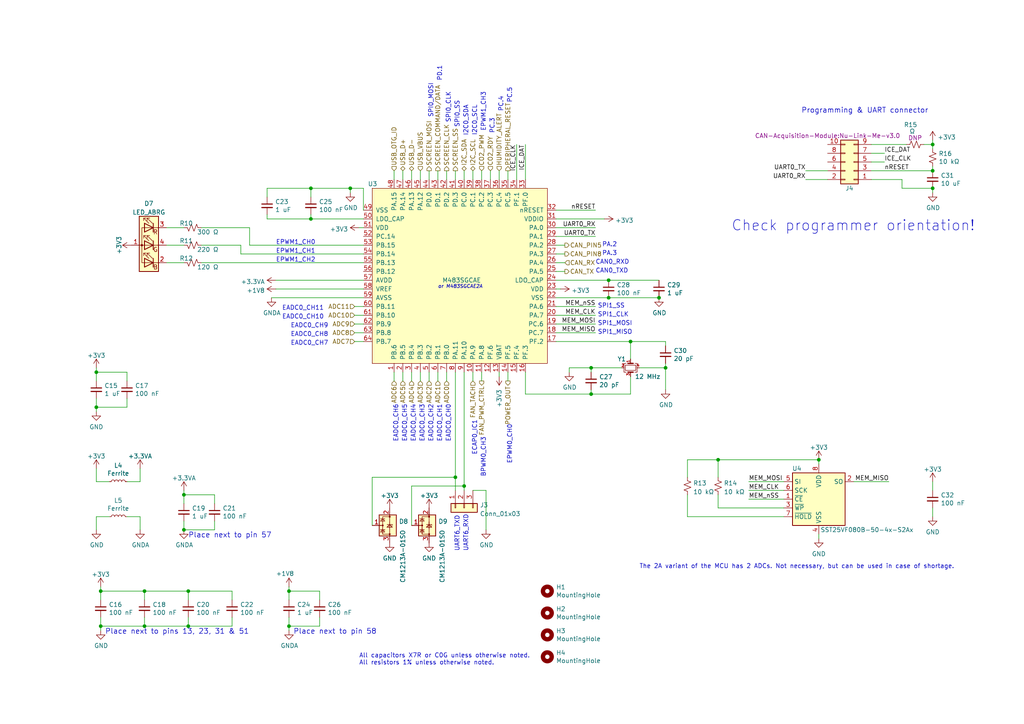
<source format=kicad_sch>
(kicad_sch (version 20211123) (generator eeschema)
  (paper "A4")
  (title_block (title "CANbus Acquisition Module") (date "2022-10-04") (rev "A3") (company "École de Technologie Supérieure - Laboratoire thermique et science du bâtiment (LTSB)") (comment 1 "Designer: Hugo Boyce"))
  (lib_symbols
    (symbol "CAN-Acquisition-Module-rescue:M483SGCAE2A-CAN-Acquisition-Module" (pin_names (offset 1.016))
      (property "Reference" "U" (at 1.27 1.27 0))
      (property "Value" "M483SGCAE2A-CAN-Acquisition-Module" (at 52.07 -52.07 0))
      (symbol "M483SGCAE2A-CAN-Acquisition-Module_1_1"
        (pin bidirectional line (at 6.35 -53.34 90) (length 2.54) (name "PB.6") (number "1"))
        (pin bidirectional line (at 29.21 -53.34 90) (length 2.54) (name "PA.9") (number "10"))
        (pin bidirectional line (at 31.75 -53.34 90) (length 2.54) (name "PA.8") (number "11"))
        (pin bidirectional line (at 34.29 -53.34 90) (length 2.54) (name "PF.6") (number "12"))
        (pin power_in line (at 36.83 -53.34 90) (length 2.54) (name "VBAT") (number "13"))
        (pin bidirectional line (at 39.37 -53.34 90) (length 2.54) (name "PF.5") (number "14"))
        (pin bidirectional line (at 41.91 -53.34 90) (length 2.54) (name "PF.4") (number "15"))
        (pin bidirectional line (at 44.45 -53.34 90) (length 2.54) (name "PF.3") (number "16"))
        (pin bidirectional line (at 53.34 -44.45 180) (length 2.54) (name "PF.2") (number "17"))
        (pin bidirectional line (at 53.34 -41.91 180) (length 2.54) (name "PC.7") (number "18"))
        (pin bidirectional line (at 53.34 -39.37 180) (length 2.54) (name "PC.6") (number "19"))
        (pin bidirectional line (at 8.89 -53.34 90) (length 2.54) (name "PB.5") (number "2"))
        (pin bidirectional line (at 53.34 -36.83 180) (length 2.54) (name "PA.7") (number "20"))
        (pin bidirectional line (at 53.34 -34.29 180) (length 2.54) (name "PA.6") (number "21"))
        (pin power_in line (at 53.34 -31.75 180) (length 2.54) (name "VSS") (number "22"))
        (pin power_in line (at 53.34 -29.21 180) (length 2.54) (name "VDD") (number "23"))
        (pin unspecified line (at 53.34 -26.67 180) (length 2.54) (name "LDO_CAP") (number "24"))
        (pin bidirectional line (at 53.34 -24.13 180) (length 2.54) (name "PA.5") (number "25"))
        (pin bidirectional line (at 53.34 -21.59 180) (length 2.54) (name "PA.4") (number "26"))
        (pin bidirectional line (at 53.34 -19.05 180) (length 2.54) (name "PA.3") (number "27"))
        (pin bidirectional line (at 53.34 -16.51 180) (length 2.54) (name "PA.2") (number "28"))
        (pin bidirectional line (at 53.34 -13.97 180) (length 2.54) (name "PA.1") (number "29"))
        (pin bidirectional line (at 11.43 -53.34 90) (length 2.54) (name "PB.4") (number "3"))
        (pin bidirectional line (at 53.34 -11.43 180) (length 2.54) (name "PA.0") (number "30"))
        (pin bidirectional line (at 53.34 -8.89 180) (length 2.54) (name "VDDIO") (number "31"))
        (pin input line (at 53.34 -6.35 180) (length 2.54) (name "nRESET") (number "32"))
        (pin bidirectional line (at 44.45 2.54 270) (length 2.54) (name "PF.0") (number "33"))
        (pin bidirectional line (at 41.91 2.54 270) (length 2.54) (name "PF.1") (number "34"))
        (pin bidirectional line (at 39.37 2.54 270) (length 2.54) (name "PC.5") (number "35"))
        (pin bidirectional line (at 36.83 2.54 270) (length 2.54) (name "PC.4") (number "36"))
        (pin bidirectional line (at 34.29 2.54 270) (length 2.54) (name "PC.3") (number "37"))
        (pin bidirectional line (at 31.75 2.54 270) (length 2.54) (name "PC.2") (number "38"))
        (pin bidirectional line (at 29.21 2.54 270) (length 2.54) (name "PC.1") (number "39"))
        (pin bidirectional line (at 13.97 -53.34 90) (length 2.54) (name "PB.3") (number "4"))
        (pin bidirectional line (at 26.67 2.54 270) (length 2.54) (name "PC.0") (number "40"))
        (pin bidirectional line (at 24.13 2.54 270) (length 2.54) (name "PD.3") (number "41"))
        (pin bidirectional line (at 21.59 2.54 270) (length 2.54) (name "PD.2") (number "42"))
        (pin bidirectional line (at 19.05 2.54 270) (length 2.54) (name "PD.1") (number "43"))
        (pin bidirectional line (at 16.51 2.54 270) (length 2.54) (name "PD.0") (number "44"))
        (pin bidirectional line (at 13.97 2.54 270) (length 2.54) (name "PA.12") (number "45"))
        (pin bidirectional line (at 11.43 2.54 270) (length 2.54) (name "PA.13") (number "46"))
        (pin bidirectional line (at 8.89 2.54 270) (length 2.54) (name "PA.14") (number "47"))
        (pin bidirectional line (at 6.35 2.54 270) (length 2.54) (name "PA.15") (number "48"))
        (pin power_in line (at -2.54 -6.35 0) (length 2.54) (name "VSS") (number "49"))
        (pin bidirectional line (at 16.51 -53.34 90) (length 2.54) (name "PB.2") (number "5"))
        (pin unspecified line (at -2.54 -8.89 0) (length 2.54) (name "LDO_CAP") (number "50"))
        (pin power_in line (at -2.54 -11.43 0) (length 2.54) (name "VDD") (number "51"))
        (pin bidirectional line (at -2.54 -13.97 0) (length 2.54) (name "PC.14") (number "52"))
        (pin bidirectional line (at -2.54 -16.51 0) (length 2.54) (name "PB.15") (number "53"))
        (pin bidirectional line (at -2.54 -19.05 0) (length 2.54) (name "PB.14") (number "54"))
        (pin bidirectional line (at -2.54 -21.59 0) (length 2.54) (name "PB.13") (number "55"))
        (pin bidirectional line (at -2.54 -24.13 0) (length 2.54) (name "PB.12") (number "56"))
        (pin power_in line (at -2.54 -26.67 0) (length 2.54) (name "AVDD") (number "57"))
        (pin input line (at -2.54 -29.21 0) (length 2.54) (name "VREF") (number "58"))
        (pin power_in line (at -2.54 -31.75 0) (length 2.54) (name "AVSS") (number "59"))
        (pin bidirectional line (at 19.05 -53.34 90) (length 2.54) (name "PB.1") (number "6"))
        (pin bidirectional line (at -2.54 -34.29 0) (length 2.54) (name "PB.11") (number "60"))
        (pin bidirectional line (at -2.54 -36.83 0) (length 2.54) (name "PB.10") (number "61"))
        (pin bidirectional line (at -2.54 -39.37 0) (length 2.54) (name "PB.9") (number "62"))
        (pin bidirectional line (at -2.54 -41.91 0) (length 2.54) (name "PB.8") (number "63"))
        (pin bidirectional line (at -2.54 -44.45 0) (length 2.54) (name "PB.7") (number "64"))
        (pin bidirectional line (at 21.59 -53.34 90) (length 2.54) (name "PB.0") (number "7"))
        (pin bidirectional line (at 24.13 -53.34 90) (length 2.54) (name "PA.11") (number "8"))
        (pin bidirectional line (at 26.67 -53.34 90) (length 2.54) (name "PA.10") (number "9"))
      )
    )
    (symbol "Connector_Generic:Conn_01x03" (pin_names (offset 1.016) hide)
      (property "Reference" "J" (at 0 5.08 0))
      (property "Value" "Conn_01x03" (at 0 -5.08 0))
      (symbol "Conn_01x03_1_1"
        (pin passive line (at -5.08 2.54 0) (length 3.81) (name "Pin_1") (number "1"))
        (pin passive line (at -5.08 0 0) (length 3.81) (name "Pin_2") (number "2"))
        (pin passive line (at -5.08 -2.54 0) (length 3.81) (name "Pin_3") (number "3"))
      )
    )
    (symbol "Connector_Generic:Conn_02x05_Odd_Even" (pin_names (offset 1.016) hide)
      (property "Reference" "J" (at 1.27 7.62 0))
      (property "Value" "Conn_02x05_Odd_Even" (at 1.27 -7.62 0))
      (symbol "Conn_02x05_Odd_Even_1_1"
        (pin passive line (at -5.08 5.08 0) (length 3.81) (name "Pin_1") (number "1"))
        (pin passive line (at 7.62 -5.08 180) (length 3.81) (name "Pin_10") (number "10"))
        (pin passive line (at 7.62 5.08 180) (length 3.81) (name "Pin_2") (number "2"))
        (pin passive line (at -5.08 2.54 0) (length 3.81) (name "Pin_3") (number "3"))
        (pin passive line (at 7.62 2.54 180) (length 3.81) (name "Pin_4") (number "4"))
        (pin passive line (at -5.08 0 0) (length 3.81) (name "Pin_5") (number "5"))
        (pin passive line (at 7.62 0 180) (length 3.81) (name "Pin_6") (number "6"))
        (pin passive line (at -5.08 -2.54 0) (length 3.81) (name "Pin_7") (number "7"))
        (pin passive line (at 7.62 -2.54 180) (length 3.81) (name "Pin_8") (number "8"))
        (pin passive line (at -5.08 -5.08 0) (length 3.81) (name "Pin_9") (number "9"))
      )
    )
    (symbol "Device:C_Small" (pin_numbers hide) (pin_names (offset 0.254) hide)
      (property "Reference" "C" (at 0.254 1.778 0))
      (property "Value" "C_Small" (at 0.254 -2.032 0))
      (symbol "C_Small_1_1"
        (pin passive line (at 0 2.54 270) (length 2.032) (name "~") (number "1"))
        (pin passive line (at 0 -2.54 90) (length 2.032) (name "~") (number "2"))
      )
    )
    (symbol "Device:Crystal_GND24_Small" (pin_names (offset 1.016) hide)
      (property "Reference" "Y" (at 1.27 4.445 0))
      (property "Value" "Crystal_GND24_Small" (at 1.27 2.54 0))
      (symbol "Crystal_GND24_Small_1_1"
        (pin passive line (at -2.54 0 0) (length 1.27) (name "1") (number "1"))
        (pin passive line (at 0 -2.54 90) (length 0.635) (name "2") (number "2"))
        (pin passive line (at 2.54 0 180) (length 1.27) (name "3") (number "3"))
        (pin passive line (at 0 2.54 270) (length 0.635) (name "4") (number "4"))
      )
    )
    (symbol "Device:LED_ABRG" (pin_names (offset 0) hide)
      (property "Reference" "D" (at 0 9.398 0))
      (property "Value" "LED_ABRG" (at 0 -8.89 0))
      (symbol "LED_ABRG_0_0"
        (text "B" (at -1.905 -6.35 0) (effects (font (size 1.27 1.27))))
        (text "G" (at -1.905 -1.27 0) (effects (font (size 1.27 1.27))))
        (text "R" (at -1.905 3.81 0) (effects (font (size 1.27 1.27))))
      )
      (symbol "LED_ABRG_1_1"
        (pin passive line (at 5.08 0 180) (length 2.54) (name "A") (number "1"))
        (pin passive line (at -5.08 -5.08 0) (length 2.54) (name "BK") (number "2"))
        (pin passive line (at -5.08 5.08 0) (length 2.54) (name "RK") (number "3"))
        (pin passive line (at -5.08 0 0) (length 2.54) (name "GK") (number "4"))
      )
    )
    (symbol "Device:L_Small" (pin_numbers hide) (pin_names (offset 0.254) hide)
      (property "Reference" "L" (at 0.762 1.016 0))
      (property "Value" "L_Small" (at 0.762 -1.016 0))
      (symbol "L_Small_1_1"
        (pin passive line (at 0 2.54 270) (length 0.508) (name "~") (number "1"))
        (pin passive line (at 0 -2.54 90) (length 0.508) (name "~") (number "2"))
      )
    )
    (symbol "Device:R_Small_US" (pin_numbers hide) (pin_names (offset 0.254) hide)
      (property "Reference" "R" (at 0.762 0.508 0))
      (property "Value" "R_Small_US" (at 0.762 -1.016 0))
      (symbol "R_Small_US_1_1"
        (pin passive line (at 0 2.54 270) (length 1.016) (name "~") (number "1"))
        (pin passive line (at 0 -2.54 90) (length 1.016) (name "~") (number "2"))
      )
    )
    (symbol "Mechanical:MountingHole" (pin_names (offset 1.016))
      (property "Reference" "H" (at 0 5.08 0))
      (property "Value" "MountingHole" (at 0 3.175 0))
    )
    (symbol "Memory_Flash:SST25VF080B-50-4x-S2Ax"
      (property "Reference" "U" (at -6.35 8.89 0))
      (property "Value" "SST25VF080B-50-4x-S2Ax" (at 13.97 8.89 0))
      (symbol "SST25VF080B-50-4x-S2Ax_1_1"
        (pin input line (at -10.16 0 0) (length 2.54) (name "~{CE}") (number "1"))
        (pin output line (at 10.16 5.08 180) (length 2.54) (name "SO") (number "2"))
        (pin input line (at -10.16 -2.54 0) (length 2.54) (name "~{WP}") (number "3"))
        (pin power_in line (at 0 -10.16 90) (length 2.54) (name "VSS") (number "4"))
        (pin input line (at -10.16 5.08 0) (length 2.54) (name "SI") (number "5"))
        (pin input line (at -10.16 2.54 0) (length 2.54) (name "SCK") (number "6"))
        (pin input line (at -10.16 -5.08 0) (length 2.54) (name "~{HOLD}") (number "7"))
        (pin power_in line (at 0 10.16 270) (length 2.54) (name "VDD") (number "8"))
      )
    )
    (symbol "Power_Protection:CM1213A-01SO" (pin_names hide)
      (property "Reference" "D" (at 0 5.08 0))
      (property "Value" "CM1213A-01SO" (at 0 3.175 0))
      (symbol "CM1213A-01SO_1_1"
        (pin passive line (at 0 -5.08 90) (length 2.54) (name "CH1") (number "1"))
        (pin passive line (at -5.08 0 0) (length 2.54) (name "VP") (number "2"))
        (pin passive line (at 5.08 0 180) (length 2.54) (name "VN") (number "3"))
      )
    )
    (symbol "power:+1V8" (power) (pin_names (offset 0))
      (property "Value" "+1V8" (at 0 3.556 0))
      (symbol "+1V8_1_1"
        (pin power_in line (at 0 0 90) (length 0) hide (name "+1V8") (number "1"))
      )
    )
    (symbol "power:+3.3V" (power) (pin_names (offset 0))
      (property "Value" "+3.3V" (at 0 3.556 0))
      (symbol "+3.3V_1_1"
        (pin power_in line (at 0 0 90) (length 0) hide (name "+3V3") (number "1"))
      )
    )
    (symbol "power:+3.3VA" (power) (pin_names (offset 0))
      (property "Value" "+3.3VA" (at 0 3.556 0))
      (symbol "+3.3VA_1_1"
        (pin power_in line (at 0 0 90) (length 0) hide (name "+3.3VA") (number "1"))
      )
    )
    (symbol "power:GND" (power) (pin_names (offset 0))
      (property "Value" "GND" (at 0 -3.81 0))
      (symbol "GND_1_1"
        (pin power_in line (at 0 0 270) (length 0) hide (name "GND") (number "1"))
      )
    )
    (symbol "power:GNDA" (power) (pin_names (offset 0))
      (property "Value" "GNDA" (at 0 -3.81 0))
      (symbol "GNDA_1_1"
        (pin power_in line (at 0 0 270) (length 0) hide (name "GNDA") (number "1"))
      )
    )
  )
  (junction (at 132.08 138.43))
  (junction (at 83.82 171.45))
  (junction (at 90.17 54.61))
  (junction (at 171.45 114.3))
  (junction (at 83.82 181.61))
  (junction (at 29.21 181.61))
  (junction (at 101.6 54.61))
  (junction (at 53.34 153.67))
  (junction (at 176.53 86.36))
  (junction (at 237.49 133.35))
  (junction (at 27.94 118.11))
  (junction (at 134.62 140.97))
  (junction (at 193.04 106.68))
  (junction (at 208.28 133.35))
  (junction (at 270.51 49.53))
  (junction (at 29.21 171.45))
  (junction (at 54.61 181.61))
  (junction (at 53.34 143.51))
  (junction (at 27.94 107.95))
  (junction (at 270.51 54.61))
  (junction (at 270.51 41.91))
  (junction (at 54.61 171.45))
  (junction (at 41.91 171.45))
  (junction (at 90.17 63.5))
  (junction (at 182.88 99.06))
  (junction (at 176.53 81.28))
  (junction (at 41.91 181.61))
  (junction (at 191.135 86.36))
  (junction (at 171.45 106.68))
  (wire (pts (xy 161.29 73.66) (xy 163.83 73.66)))
  (wire (pts (xy 182.88 109.22) (xy 182.88 114.3)))
  (wire (pts (xy 90.17 54.61) (xy 101.6 54.61)))
  (wire (pts (xy 29.21 181.61) (xy 41.91 181.61)))
  (wire (pts (xy 161.29 99.06) (xy 182.88 99.06)))
  (wire (pts (xy 83.82 182.88) (xy 83.82 181.61)))
  (wire (pts (xy 67.31 181.61) (xy 67.31 179.07)))
  (wire (pts (xy 152.4 107.95) (xy 152.4 114.3)))
  (wire (pts (xy 182.88 99.06) (xy 182.88 104.14)))
  (wire (pts (xy 58.42 76.2) (xy 105.41 76.2)))
  (wire (pts (xy 27.94 149.86) (xy 27.94 153.67)))
  (wire (pts (xy 161.29 88.9) (xy 172.72 88.9)))
  (wire (pts (xy 127 49.53) (xy 127 52.07)))
  (wire (pts (xy 36.83 149.86) (xy 40.64 149.86)))
  (wire (pts (xy 217.17 144.78) (xy 227.33 144.78)))
  (wire (pts (xy 267.97 41.91) (xy 270.51 41.91)))
  (wire (pts (xy 252.73 46.99) (xy 256.54 46.99)))
  (wire (pts (xy 252.73 44.45) (xy 256.54 44.45)))
  (wire (pts (xy 208.28 138.43) (xy 208.28 133.35)))
  (wire (pts (xy 27.94 135.89) (xy 27.94 139.7)))
  (wire (pts (xy 137.16 49.53) (xy 137.16 52.07)))
  (wire (pts (xy 139.7 49.53) (xy 139.7 52.07)))
  (wire (pts (xy 54.61 171.45) (xy 67.31 171.45)))
  (wire (pts (xy 132.08 107.95) (xy 132.08 138.43)))
  (wire (pts (xy 237.49 133.35) (xy 237.49 134.62)))
  (wire (pts (xy 105.41 54.61) (xy 101.6 54.61)))
  (wire (pts (xy 137.16 107.95) (xy 137.16 110.49)))
  (wire (pts (xy 124.46 49.53) (xy 124.46 52.07)))
  (wire (pts (xy 119.38 49.53) (xy 119.38 52.07)))
  (wire (pts (xy 67.31 171.45) (xy 67.31 173.99)))
  (wire (pts (xy 240.03 52.07) (xy 233.68 52.07)))
  (wire (pts (xy 116.84 49.53) (xy 116.84 52.07)))
  (wire (pts (xy 29.21 182.88) (xy 29.21 181.61)))
  (wire (pts (xy 36.83 107.95) (xy 27.94 107.95)))
  (wire (pts (xy 161.29 76.2) (xy 163.83 76.2)))
  (wire (pts (xy 29.21 170.18) (xy 29.21 171.45)))
  (wire (pts (xy 90.17 63.5) (xy 90.17 62.23)))
  (wire (pts (xy 40.64 149.86) (xy 40.64 153.67)))
  (wire (pts (xy 53.34 146.05) (xy 53.34 143.51)))
  (wire (pts (xy 124.46 107.95) (xy 124.46 110.49)))
  (wire (pts (xy 107.95 138.43) (xy 132.08 138.43)))
  (wire (pts (xy 31.75 149.86) (xy 27.94 149.86)))
  (wire (pts (xy 193.04 106.68) (xy 193.04 113.03)))
  (wire (pts (xy 140.97 142.24) (xy 137.16 142.24)))
  (wire (pts (xy 102.87 96.52) (xy 105.41 96.52)))
  (wire (pts (xy 270.51 149.86) (xy 270.51 147.32)))
  (wire (pts (xy 62.23 143.51) (xy 53.34 143.51)))
  (wire (pts (xy 58.42 66.04) (xy 72.39 66.04)))
  (wire (pts (xy 132.08 49.53) (xy 132.08 52.07)))
  (wire (pts (xy 102.87 99.06) (xy 105.41 99.06)))
  (wire (pts (xy 54.61 181.61) (xy 67.31 181.61)))
  (wire (pts (xy 162.56 83.82) (xy 161.29 83.82)))
  (wire (pts (xy 121.92 49.53) (xy 121.92 52.07)))
  (wire (pts (xy 252.73 41.91) (xy 262.89 41.91)))
  (wire (pts (xy 78.74 86.36) (xy 105.41 86.36)))
  (wire (pts (xy 129.54 107.95) (xy 129.54 110.49)))
  (wire (pts (xy 270.51 43.18) (xy 270.51 41.91)))
  (wire (pts (xy 54.61 171.45) (xy 54.61 173.99)))
  (wire (pts (xy 54.61 181.61) (xy 54.61 179.07)))
  (wire (pts (xy 92.71 171.45) (xy 83.82 171.45)))
  (wire (pts (xy 140.97 142.24) (xy 140.97 153.67)))
  (wire (pts (xy 193.04 105.41) (xy 193.04 106.68)))
  (wire (pts (xy 199.39 138.43) (xy 199.39 133.35)))
  (wire (pts (xy 161.29 91.44) (xy 172.72 91.44)))
  (wire (pts (xy 53.34 153.67) (xy 62.23 153.67)))
  (wire (pts (xy 27.94 118.11) (xy 36.83 118.11)))
  (wire (pts (xy 27.94 110.49) (xy 27.94 107.95)))
  (wire (pts (xy 90.17 63.5) (xy 105.41 63.5)))
  (wire (pts (xy 41.91 181.61) (xy 54.61 181.61)))
  (wire (pts (xy 161.29 93.98) (xy 172.72 93.98)))
  (wire (pts (xy 36.83 139.7) (xy 40.64 139.7)))
  (wire (pts (xy 193.04 99.06) (xy 193.04 100.33)))
  (wire (pts (xy 102.87 91.44) (xy 105.41 91.44)))
  (wire (pts (xy 129.54 49.53) (xy 129.54 52.07)))
  (wire (pts (xy 41.91 181.61) (xy 41.91 179.07)))
  (wire (pts (xy 161.29 78.74) (xy 163.83 78.74)))
  (wire (pts (xy 144.78 49.53) (xy 144.78 52.07)))
  (wire (pts (xy 147.32 49.53) (xy 147.32 52.07)))
  (wire (pts (xy 48.26 66.04) (xy 53.34 66.04)))
  (wire (pts (xy 199.39 133.35) (xy 208.28 133.35)))
  (wire (pts (xy 139.7 107.95) (xy 139.7 110.49)))
  (wire (pts (xy 175.26 63.5) (xy 161.29 63.5)))
  (wire (pts (xy 165.1 107.95) (xy 165.1 106.68)))
  (wire (pts (xy 83.82 173.99) (xy 83.82 171.45)))
  (wire (pts (xy 102.87 93.98) (xy 105.41 93.98)))
  (wire (pts (xy 72.39 71.12) (xy 72.39 66.04)))
  (wire (pts (xy 152.4 114.3) (xy 171.45 114.3)))
  (wire (pts (xy 53.34 153.67) (xy 53.34 151.13)))
  (wire (pts (xy 83.82 170.18) (xy 83.82 171.45)))
  (wire (pts (xy 171.45 114.3) (xy 182.88 114.3)))
  (wire (pts (xy 107.95 152.4) (xy 107.95 138.43)))
  (wire (pts (xy 72.39 71.12) (xy 105.41 71.12)))
  (wire (pts (xy 41.91 171.45) (xy 54.61 171.45)))
  (wire (pts (xy 161.29 66.04) (xy 172.72 66.04)))
  (wire (pts (xy 53.34 142.24) (xy 53.34 143.51)))
  (wire (pts (xy 27.94 118.11) (xy 27.94 119.38)))
  (wire (pts (xy 121.92 107.95) (xy 121.92 110.49)))
  (wire (pts (xy 171.45 107.95) (xy 171.45 106.68)))
  (wire (pts (xy 29.21 171.45) (xy 41.91 171.45)))
  (wire (pts (xy 114.3 107.95) (xy 114.3 110.49)))
  (wire (pts (xy 58.42 71.12) (xy 69.85 71.12)))
  (wire (pts (xy 252.73 49.53) (xy 270.51 49.53)))
  (wire (pts (xy 261.62 52.07) (xy 261.62 54.61)))
  (wire (pts (xy 270.51 55.88) (xy 270.51 54.61)))
  (wire (pts (xy 171.45 106.68) (xy 180.34 106.68)))
  (wire (pts (xy 132.08 138.43) (xy 132.08 142.24)))
  (wire (pts (xy 270.51 40.64) (xy 270.51 41.91)))
  (wire (pts (xy 208.28 147.32) (xy 208.28 143.51)))
  (wire (pts (xy 90.17 63.5) (xy 77.47 63.5)))
  (wire (pts (xy 217.17 139.7) (xy 227.33 139.7)))
  (wire (pts (xy 261.62 54.61) (xy 270.51 54.61)))
  (wire (pts (xy 62.23 153.67) (xy 62.23 151.13)))
  (wire (pts (xy 105.41 66.04) (xy 104.14 66.04)))
  (wire (pts (xy 134.62 140.97) (xy 134.62 142.24)))
  (wire (pts (xy 270.51 48.26) (xy 270.51 49.53)))
  (wire (pts (xy 80.01 83.82) (xy 105.41 83.82)))
  (wire (pts (xy 240.03 49.53) (xy 233.68 49.53)))
  (wire (pts (xy 199.39 149.86) (xy 199.39 143.51)))
  (wire (pts (xy 176.53 86.36) (xy 191.135 86.36)))
  (wire (pts (xy 27.94 106.68) (xy 27.94 107.95)))
  (wire (pts (xy 41.91 171.45) (xy 41.91 173.99)))
  (wire (pts (xy 69.85 73.66) (xy 69.85 71.12)))
  (wire (pts (xy 40.64 139.7) (xy 40.64 135.89)))
  (wire (pts (xy 27.94 139.7) (xy 31.75 139.7)))
  (wire (pts (xy 119.38 107.95) (xy 119.38 110.49)))
  (wire (pts (xy 134.62 107.95) (xy 134.62 140.97)))
  (wire (pts (xy 161.29 68.58) (xy 172.72 68.58)))
  (wire (pts (xy 199.39 149.86) (xy 227.33 149.86)))
  (wire (pts (xy 252.73 52.07) (xy 261.62 52.07)))
  (wire (pts (xy 101.6 54.61) (xy 101.6 55.88)))
  (wire (pts (xy 208.28 147.32) (xy 227.33 147.32)))
  (wire (pts (xy 48.26 76.2) (xy 53.34 76.2)))
  (wire (pts (xy 77.47 57.15) (xy 77.47 54.61)))
  (wire (pts (xy 247.65 139.7) (xy 257.81 139.7)))
  (wire (pts (xy 147.32 107.95) (xy 147.32 110.49)))
  (wire (pts (xy 134.62 49.53) (xy 134.62 52.07)))
  (wire (pts (xy 161.29 81.28) (xy 176.53 81.28)))
  (wire (pts (xy 237.49 154.94) (xy 237.49 156.21)))
  (wire (pts (xy 161.29 86.36) (xy 176.53 86.36)))
  (wire (pts (xy 36.83 110.49) (xy 36.83 107.95)))
  (wire (pts (xy 165.1 106.68) (xy 171.45 106.68)))
  (wire (pts (xy 102.87 88.9) (xy 105.41 88.9)))
  (wire (pts (xy 193.04 99.06) (xy 182.88 99.06)))
  (wire (pts (xy 29.21 181.61) (xy 29.21 179.07)))
  (wire (pts (xy 161.29 96.52) (xy 172.72 96.52)))
  (wire (pts (xy 161.29 71.12) (xy 163.83 71.12)))
  (wire (pts (xy 77.47 63.5) (xy 77.47 62.23)))
  (wire (pts (xy 149.86 52.07) (xy 149.86 41.91)))
  (wire (pts (xy 27.94 118.11) (xy 27.94 115.57)))
  (wire (pts (xy 217.17 142.24) (xy 227.33 142.24)))
  (wire (pts (xy 92.71 181.61) (xy 92.71 179.07)))
  (wire (pts (xy 116.84 107.95) (xy 116.84 110.49)))
  (wire (pts (xy 119.38 152.4) (xy 119.38 140.97)))
  (wire (pts (xy 80.01 81.28) (xy 105.41 81.28)))
  (wire (pts (xy 83.82 181.61) (xy 83.82 179.07)))
  (wire (pts (xy 114.3 49.53) (xy 114.3 52.07)))
  (wire (pts (xy 90.17 57.15) (xy 90.17 54.61)))
  (wire (pts (xy 208.28 133.35) (xy 237.49 133.35)))
  (wire (pts (xy 171.45 113.03) (xy 171.45 114.3)))
  (wire (pts (xy 152.4 52.07) (xy 152.4 41.91)))
  (wire (pts (xy 69.85 73.66) (xy 105.41 73.66)))
  (wire (pts (xy 29.21 171.45) (xy 29.21 173.99)))
  (wire (pts (xy 161.29 60.96) (xy 172.72 60.96)))
  (wire (pts (xy 77.47 54.61) (xy 90.17 54.61)))
  (wire (pts (xy 127 107.95) (xy 127 110.49)))
  (wire (pts (xy 105.41 60.96) (xy 105.41 54.61)))
  (wire (pts (xy 83.82 181.61) (xy 92.71 181.61)))
  (wire (pts (xy 142.24 49.53) (xy 142.24 52.07)))
  (wire (pts (xy 62.23 146.05) (xy 62.23 143.51)))
  (wire (pts (xy 119.38 140.97) (xy 134.62 140.97)))
  (wire (pts (xy 270.51 139.7) (xy 270.51 142.24)))
  (wire (pts (xy 191.135 81.28) (xy 176.53 81.28)))
  (wire (pts (xy 36.83 118.11) (xy 36.83 115.57)))
  (wire (pts (xy 144.78 109.22) (xy 144.78 107.95)))
  (wire (pts (xy 185.42 106.68) (xy 193.04 106.68)))
  (wire (pts (xy 92.71 173.99) (xy 92.71 171.45)))
  (wire (pts (xy 48.26 71.12) (xy 53.34 71.12)))
  (text "PD.1" (at 128.27 19.05 270) (effects (font (size 1.27 1.27)) (justify right bottom)))
  (text "I2C0_SDA" (at 135.89 30.48 270) (effects (font (size 1.27 1.27)) (justify right bottom)))
  (text "SPI1_CLK" (at 173.355 92.075 0) (effects (font (size 1.27 1.27)) (justify left bottom)))
  (text "Programming & UART connector" (at 232.41 33.02 0) (effects (font (size 1.4986 1.4986)) (justify left bottom)))
  (text "PA.3" (at 174.625 74.295 0) (effects (font (size 1.27 1.27)) (justify left bottom)))
  (text "EADC0_CH9" (at 95.25 95.25 180) (effects (font (size 1.27 1.27)) (justify right bottom)))
  (text "EPWM1_CH3" (at 140.97 26.67 270) (effects (font (size 1.27 1.27)) (justify right bottom)))
  (text "EADC0_CH5" (at 118.11 128.27 90) (effects (font (size 1.27 1.27)) (justify left bottom)))
  (text "Place next to pins 13, 23, 31 & 51" (at 30.48 184.15 0) (effects (font (size 1.4986 1.4986)) (justify left bottom)))
  (text "EADC0_CH10" (at 93.98 92.71 180) (effects (font (size 1.27 1.27)) (justify right bottom)))
  (text "SPI0_SS" (at 133.35 29.21 270) (effects (font (size 1.27 1.27)) (justify right bottom)))
  (text "The 2A variant of the MCU has 2 ADCs. Not necessary, but can be used in case of shortage." (at 185.42 165.1 0) (effects (font (size 1.27 1.27)) (justify left bottom)))
  (text "EPWM1_CH0" (at 80.01 71.12 0) (effects (font (size 1.27 1.27)) (justify left bottom)))
  (text "PC.5" (at 148.59 25.4 270) (effects (font (size 1.27 1.27)) (justify right bottom)))
  (text "PC.3" (at 143.51 34.29 270) (effects (font (size 1.27 1.27)) (justify right bottom)))
  (text "EADC0_CH6" (at 115.57 128.27 90) (effects (font (size 1.27 1.27)) (justify left bottom)))
  (text "ECAP0_IC1" (at 138.43 132.08 90) (effects (font (size 1.27 1.27)) (justify left bottom)))
  (text "CAN0_RXD" (at 172.72 76.835 0) (effects (font (size 1.27 1.27)) (justify left bottom)))
  (text "CAN0_TXD" (at 172.72 79.375 0) (effects (font (size 1.27 1.27)) (justify left bottom)))
  (text "Place next to pin 58" (at 85.09 184.15 0) (effects (font (size 1.4986 1.4986)) (justify left bottom)))
  (text "SPI0_MOSI" (at 125.73 24.13 270) (effects (font (size 1.27 1.27)) (justify right bottom)))
  (text "EADC0_CH0" (at 130.81 128.27 90) (effects (font (size 1.27 1.27)) (justify left bottom)))
  (text "Check programmer orientation!" (at 212.09 67.31 0) (effects (font (size 3 3)) (justify left bottom)))
  (text "UART6_RXD" (at 135.89 160.02 90) (effects (font (size 1.27 1.27)) (justify left bottom)))
  (text "PC.4" (at 146.05 27.94 270) (effects (font (size 1.27 1.27)) (justify right bottom)))
  (text "EPWM1_CH1" (at 80.01 73.66 0) (effects (font (size 1.27 1.27)) (justify left bottom)))
  (text "UART6_TXD" (at 133.35 160.02 90) (effects (font (size 1.27 1.27)) (justify left bottom)))
  (text "All capacitors X7R or C0G unless otherwise noted.\nAll resistors 1% unless otherwise noted." (at 104.14 193.04 0) (effects (font (size 1.27 1.27)) (justify left bottom)))
  (text "Place next to pin 57" (at 54.61 156.21 0) (effects (font (size 1.4986 1.4986)) (justify left bottom)))
  (text "EPWM0_CH0" (at 148.59 134.62 90) (effects (font (size 1.27 1.27)) (justify left bottom)))
  (text "SPI1_MISO" (at 173.355 97.155 0) (effects (font (size 1.27 1.27)) (justify left bottom)))
  (text "EADC0_CH7" (at 95.25 100.33 180) (effects (font (size 1.27 1.27)) (justify right bottom)))
  (text "or M483SGCAE2A" (at 127 83.82 0) (effects (font (size 1 1) italic) (justify left bottom)))
  (text "BPWM0_CH3" (at 140.97 138.43 90) (effects (font (size 1.27 1.27)) (justify left bottom)))
  (text "EADC0_CH8" (at 95.25 97.79 180) (effects (font (size 1.27 1.27)) (justify right bottom)))
  (text "EADC0_CH1" (at 128.27 128.27 90) (effects (font (size 1.27 1.27)) (justify left bottom)))
  (text "EADC0_CH2" (at 125.73 128.27 90) (effects (font (size 1.27 1.27)) (justify left bottom)))
  (text "EPWM1_CH2" (at 80.01 76.2 0) (effects (font (size 1.27 1.27)) (justify left bottom)))
  (text "EADC0_CH4" (at 120.65 128.27 90) (effects (font (size 1.27 1.27)) (justify left bottom)))
  (text "SPI0_CLK" (at 130.81 26.67 270) (effects (font (size 1.27 1.27)) (justify right bottom)))
  (text "EADC0_CH3" (at 123.19 128.27 90) (effects (font (size 1.27 1.27)) (justify left bottom)))
  (text "I2C0_SCL" (at 138.43 30.48 270) (effects (font (size 1.27 1.27)) (justify right bottom)))
  (text "EADC0_CH11" (at 93.98 90.17 180) (effects (font (size 1.27 1.27)) (justify right bottom)))
  (text "SPI1_MOSI" (at 173.355 94.615 0) (effects (font (size 1.27 1.27)) (justify left bottom)))
  (text "PA.2" (at 174.625 71.755 0) (effects (font (size 1.27 1.27)) (justify left bottom)))
  (text "SPI1_SS" (at 173.355 89.535 0) (effects (font (size 1.27 1.27)) (justify left bottom)))
  (label "MEM_MOSI" (at 172.72 93.98 180))
  (label "UART0_RX" (at 233.68 52.07 180))
  (label "ICE_CLK" (at 149.86 41.91 270))
  (label "MEM_MISO" (at 257.81 139.7 180))
  (label "ICE_DAT" (at 256.54 44.45 0))
  (label "ICE_DAT" (at 152.4 41.91 270))
  (label "MEM_CLK" (at 217.17 142.24 0))
  (label "ICE_CLK" (at 256.54 46.99 0))
  (label "MEM_CLK" (at 172.72 91.44 180))
  (label "MEM_nSS" (at 217.17 144.78 0))
  (label "MEM_MOSI" (at 217.17 139.7 0))
  (label "nRESET" (at 172.72 60.96 180))
  (label "MEM_MISO" (at 172.72 96.52 180))
  (label "UART0_TX" (at 172.72 68.58 180))
  (label "nRESET" (at 256.54 49.53 0))
  (label "UART0_RX" (at 172.72 66.04 180))
  (label "UART0_TX" (at 233.68 49.53 180))
  (label "MEM_nSS" (at 172.72 88.9 180))
  (hierarchical_label "ADC8" (shape input) (at 102.87 96.52 180))
  (hierarchical_label "ADC3" (shape input) (at 121.92 110.49 270))
  (hierarchical_label "ADC7" (shape input) (at 102.87 99.06 180))
  (hierarchical_label "ADC2" (shape input) (at 124.46 110.49 270))
  (hierarchical_label "ADC4" (shape input) (at 119.38 110.49 270))
  (hierarchical_label "CO2_RDY" (shape input) (at 142.24 49.53 90))
  (hierarchical_label "SCREEN_SS" (shape output) (at 132.08 49.53 90))
  (hierarchical_label "CAN_RX" (shape input) (at 163.83 76.2 0))
  (hierarchical_label "ADC5" (shape input) (at 116.84 110.49 270))
  (hierarchical_label "POWER_OUT" (shape output) (at 147.32 110.49 270))
  (hierarchical_label "HUMIDITY_ALERT" (shape input) (at 144.78 49.53 90))
  (hierarchical_label "ADC6" (shape input) (at 114.3 110.49 270))
  (hierarchical_label "PERIPHERAL_RESET" (shape output) (at 147.32 49.53 90))
  (hierarchical_label "ADC1" (shape input) (at 127 110.49 270))
  (hierarchical_label "SCREEN_CLK" (shape output) (at 129.54 49.53 90))
  (hierarchical_label "CAN_PIN5" (shape output) (at 163.83 71.12 0))
  (hierarchical_label "CAN_TX" (shape output) (at 163.83 78.74 0))
  (hierarchical_label "SCREEN_COMMAND{slash}DATA" (shape output) (at 127 49.53 90))
  (hierarchical_label "FAN_PWM_CTRL" (shape output) (at 139.7 110.49 270))
  (hierarchical_label "ADC0" (shape input) (at 129.54 110.49 270))
  (hierarchical_label "I2C_SCL" (shape bidirectional) (at 137.16 49.53 90))
  (hierarchical_label "ADC9" (shape input) (at 102.87 93.98 180))
  (hierarchical_label "CAN_PIN8" (shape output) (at 163.83 73.66 0))
  (hierarchical_label "SCREEN_MOSI" (shape output) (at 124.46 49.53 90))
  (hierarchical_label "CO2_PWM" (shape input) (at 139.7 49.53 90))
  (hierarchical_label "I2C_SDA" (shape bidirectional) (at 134.62 49.53 90))
  (hierarchical_label "USB_VBUS" (shape input) (at 121.92 49.53 90))
  (hierarchical_label "USB_D-" (shape bidirectional) (at 119.38 49.53 90))
  (hierarchical_label "USB_OTG_ID" (shape input) (at 114.3 49.53 90))
  (hierarchical_label "FAN_TACH" (shape input) (at 137.16 110.49 270))
  (hierarchical_label "USB_D+" (shape bidirectional) (at 116.84 49.53 90))
  (hierarchical_label "ADC11" (shape input) (at 102.87 88.9 180))
  (hierarchical_label "ADC10" (shape input) (at 102.87 91.44 180))
  (symbol (lib_id "CAN-Acquisition-Module-rescue:M483SGCAE2A-CAN-Acquisition-Module") (at 107.95 54.61 0) (unit 1)
    (property "Reference" "U3" (at 106.68 53.34 0) (effects (justify left)))
    (property "Value" "M483SGCAE" (at 128.27 81.28 0) (effects (justify left)))
    (property "Footprint" "Package_QFP:LQFP-64_7x7mm_P0.4mm" (effects hide))
    (property "Datasheet" "https://www.nuvoton.com/export/resource-files/DS_M480_Series_EN_Rev3.04.pdf" (effects hide))
    (property "Mfr." "Nuvoton" (effects hide))
    (property "P/N" "M483SGCAE" (effects hide))
    (property "LCSC" "C3231235" (effects hide))
  )
  (symbol (lib_id "power:GND") (at 191.135 86.36 0) (unit 1)
    (property "Reference" "#PWR063" (effects hide))
    (property "Value" "GND" (at 191.262 90.7542 0))
  )
  (symbol (lib_id "power:GND") (at 101.6 55.88 0) (unit 1)
    (property "Reference" "#PWR052" (effects hide))
    (property "Value" "GND" (at 101.727 60.2742 0))
  )
  (symbol (lib_id "Device:C_Small") (at 191.135 83.82 0) (unit 1)
    (property "Reference" "C29" (at 193.4718 82.6516 0) (effects (justify left)))
    (property "Value" "1 uF" (at 193.4718 84.963 0) (effects (justify left)))
    (property "Footprint" "Capacitor_SMD:C_0603_1608Metric" (effects hide))
    (property "Mfr." "Samsung Electro-Mechanics " (effects hide))
    (property "P/N" "CL10B105KA8NNNC" (effects hide))
    (property "Rated Voltage" "25V" (effects hide))
  )
  (symbol (lib_id "Device:C_Small") (at 77.47 59.69 0) (unit 1)
    (property "Reference" "C23" (at 79.8068 58.5216 0) (effects (justify left)))
    (property "Value" "1 uF" (at 79.8068 60.833 0) (effects (justify left)))
    (property "Footprint" "Capacitor_SMD:C_0603_1608Metric" (effects hide))
    (property "Mfr." "Samsung Electro-Mechanics " (effects hide))
    (property "P/N" "CL10B105KA8NNNC" (effects hide))
    (property "Rated Voltage" "25V" (effects hide))
  )
  (symbol (lib_id "Connector_Generic:Conn_02x05_Odd_Even") (at 247.65 46.99 180) (unit 1)
    (property "Reference" "J4" (at 246.38 54.61 0))
    (property "Value" "Conn_02x05_Odd_Even" (effects hide))
    (property "Footprint" "CAN-Acquisition-Module:Nu-Link-Me-v3.0" (at 240.03 39.37 0))
    (property "LCSC" "C124387" (effects hide))
  )
  (symbol (lib_id "Device:C_Small") (at 90.17 59.69 0) (unit 1)
    (property "Reference" "C25" (at 92.5068 58.5216 0) (effects (justify left)))
    (property "Value" "100 nF" (at 92.5068 60.833 0) (effects (justify left)))
    (property "Footprint" "Capacitor_SMD:C_0402_1005Metric" (effects hide))
    (property "Mfr." "KYOCERA AVX " (effects hide))
    (property "P/N" "0402YC104KAT2A" (effects hide))
    (property "Rated Voltage" "16V" (effects hide))
  )
  (symbol (lib_id "Device:C_Small") (at 176.53 83.82 0) (unit 1)
    (property "Reference" "C28" (at 178.8668 82.6516 0) (effects (justify left)))
    (property "Value" "100 nF" (at 178.8668 84.963 0) (effects (justify left)))
    (property "Footprint" "Capacitor_SMD:C_0402_1005Metric" (effects hide))
    (property "Mfr." "KYOCERA AVX " (effects hide))
    (property "P/N" "0402YC104KAT2A" (effects hide))
    (property "Rated Voltage" "16V" (effects hide))
  )
  (symbol (lib_id "Device:C_Small") (at 29.21 176.53 0) (unit 1)
    (property "Reference" "C16" (at 31.5468 175.3616 0) (effects (justify left)))
    (property "Value" "100 nF" (at 31.5468 177.673 0) (effects (justify left)))
    (property "Footprint" "Capacitor_SMD:C_0402_1005Metric" (effects hide))
    (property "Mfr." "KYOCERA AVX " (effects hide))
    (property "P/N" "0402YC104KAT2A" (effects hide))
    (property "Rated Voltage" "16V" (effects hide))
  )
  (symbol (lib_id "Device:C_Small") (at 41.91 176.53 0) (unit 1)
    (property "Reference" "C18" (at 44.2468 175.3616 0) (effects (justify left)))
    (property "Value" "100 nF" (at 44.2468 177.673 0) (effects (justify left)))
    (property "Footprint" "Capacitor_SMD:C_0402_1005Metric" (effects hide))
    (property "Mfr." "KYOCERA AVX " (effects hide))
    (property "P/N" "0402YC104KAT2A" (effects hide))
    (property "Rated Voltage" "16V" (effects hide))
  )
  (symbol (lib_id "Device:C_Small") (at 54.61 176.53 0) (unit 1)
    (property "Reference" "C20" (at 56.9468 175.3616 0) (effects (justify left)))
    (property "Value" "100 nF" (at 56.9468 177.673 0) (effects (justify left)))
    (property "Footprint" "Capacitor_SMD:C_0402_1005Metric" (effects hide))
    (property "Mfr." "KYOCERA AVX " (effects hide))
    (property "P/N" "0402YC104KAT2A" (effects hide))
    (property "Rated Voltage" "16V" (effects hide))
  )
  (symbol (lib_id "Device:C_Small") (at 67.31 176.53 0) (unit 1)
    (property "Reference" "C22" (at 69.6468 175.3616 0) (effects (justify left)))
    (property "Value" "100 nF" (at 69.6468 177.673 0) (effects (justify left)))
    (property "Footprint" "Capacitor_SMD:C_0402_1005Metric" (effects hide))
    (property "Mfr." "KYOCERA AVX " (effects hide))
    (property "P/N" "0402YC104KAT2A" (effects hide))
    (property "Rated Voltage" "16V" (effects hide))
  )
  (symbol (lib_id "power:GND") (at 29.21 182.88 0) (unit 1)
    (property "Reference" "#PWR041" (effects hide))
    (property "Value" "GND" (at 29.337 187.2742 0))
  )
  (symbol (lib_id "Device:C_Small") (at 270.51 52.07 0) (unit 1)
    (property "Reference" "C31" (at 272.8468 50.9016 0) (effects (justify left)))
    (property "Value" "10 uF" (at 272.8468 53.213 0) (effects (justify left)))
    (property "Footprint" "Capacitor_SMD:C_0805_2012Metric" (effects hide))
    (property "Mfr." "TDK Corporation " (effects hide))
    (property "P/N" "C2012X7R0J106K125AB" (effects hide))
    (property "Rated Voltage" "6.3V" (effects hide))
  )
  (symbol (lib_id "power:GND") (at 270.51 55.88 0) (unit 1)
    (property "Reference" "#PWR068" (effects hide))
    (property "Value" "GND" (at 270.637 60.2742 0))
  )
  (symbol (lib_id "Device:R_Small_US") (at 270.51 45.72 0) (unit 1)
    (property "Reference" "R16" (at 272.2372 44.5516 0) (effects (justify left)))
    (property "Value" "10 kΩ" (at 272.2372 46.863 0) (effects (justify left)))
    (property "Footprint" "Resistor_SMD:R_0603_1608Metric" (effects hide))
    (property "Mfr." "Stackpole" (effects hide))
    (property "P/N" "RMCF0603FT10K0" (effects hide))
    (property "Tolerance" "1%" (effects hide))
  )
  (symbol (lib_id "Mechanical:MountingHole") (at 158.75 171.45 0) (unit 1)
    (property "Reference" "H1" (at 161.29 170.2816 0) (effects (justify left)))
    (property "Value" "MountingHole" (at 161.29 172.593 0) (effects (justify left)))
    (property "Footprint" "MountingHole:MountingHole_3.2mm_M3" (effects hide))
    (property "Do Not Place" "DNP" (effects hide))
    (property "LCSC" "DNP" (effects hide))
  )
  (symbol (lib_id "Device:Crystal_GND24_Small") (at 182.88 106.68 270) (unit 1)
    (property "Reference" "Y1" (at 179.07 104.14 90) (effects (justify left)))
    (property "Value" "12 MHz" (at 184.15 109.22 90) (effects (justify left)))
    (property "Footprint" "Crystal:Crystal_SMD_3225-4Pin_3.2x2.5mm" (effects hide))
    (property "Mfr." "Aker Technology" (effects hide))
    (property "P/N" "C3E-12.000-18-3030-X-R" (effects hide))
    (property "LCSC" "C91749" (effects hide))
  )
  (symbol (lib_id "power:GND") (at 193.04 113.03 0) (unit 1)
    (property "Reference" "#PWR064" (effects hide))
    (property "Value" "GND" (at 193.167 117.4242 0))
  )
  (symbol (lib_id "Device:C_Small") (at 193.04 102.87 0) (unit 1)
    (property "Reference" "C30" (at 195.3768 101.7016 0) (effects (justify left)))
    (property "Value" "20 pF" (at 195.3768 104.013 0) (effects (justify left)))
    (property "Footprint" "Capacitor_SMD:C_0603_1608Metric" (effects hide))
    (property "Mfr." "Stackpole" (effects hide))
    (property "P/N" "CML0603C0G200JT50V" (effects hide))
  )
  (symbol (lib_id "Device:C_Small") (at 171.45 110.49 0) (unit 1)
    (property "Reference" "C27" (at 173.7868 109.3216 0) (effects (justify left)))
    (property "Value" "20 pF" (at 173.7868 111.633 0) (effects (justify left)))
    (property "Footprint" "Capacitor_SMD:C_0603_1608Metric" (effects hide))
    (property "Mfr." "Stackpole" (effects hide))
    (property "P/N" "CML0603C0G200JT50V" (effects hide))
  )
  (symbol (lib_id "power:GND") (at 165.1 107.95 0) (unit 1)
    (property "Reference" "#PWR061" (effects hide))
    (property "Value" "GND" (at 165.227 112.3442 0))
  )
  (symbol (lib_id "power:GNDA") (at 78.74 86.36 0) (unit 1)
    (property "Reference" "#PWR047" (effects hide))
    (property "Value" "GNDA" (at 78.867 90.7542 0))
  )
  (symbol (lib_id "power:GND") (at 27.94 153.67 0) (unit 1)
    (property "Reference" "#PWR039" (effects hide))
    (property "Value" "GND" (at 28.067 158.0642 0))
  )
  (symbol (lib_id "power:GNDA") (at 40.64 153.67 0) (unit 1)
    (property "Reference" "#PWR044" (effects hide))
    (property "Value" "GNDA" (at 40.767 158.0642 0))
  )
  (symbol (lib_id "Device:L_Small") (at 34.29 149.86 90) (unit 1)
    (property "Reference" "L5" (at 34.29 145.161 90))
    (property "Value" "Ferrite" (at 34.29 147.4724 90))
    (property "Footprint" "Inductor_SMD:L_0603_1608Metric" (effects hide))
    (property "Mfr." "Eaton" (effects hide))
    (property "P/N" "MFBM1V1608-300-R" (effects hide))
    (property "LCSC" "C96995" (effects hide))
  )
  (symbol (lib_id "power:GNDA") (at 53.34 153.67 0) (unit 1)
    (property "Reference" "#PWR046" (effects hide))
    (property "Value" "GNDA" (at 53.467 158.0642 0))
  )
  (symbol (lib_id "Device:C_Small") (at 62.23 148.59 0) (unit 1)
    (property "Reference" "C21" (at 64.5668 147.4216 0) (effects (justify left)))
    (property "Value" "100 nF" (at 64.5668 149.733 0) (effects (justify left)))
    (property "Footprint" "Capacitor_SMD:C_0402_1005Metric" (effects hide))
    (property "Mfr." "KYOCERA AVX " (effects hide))
    (property "P/N" "0402YC104KAT2A" (effects hide))
    (property "Rated Voltage" "16V" (effects hide))
  )
  (symbol (lib_id "Device:L_Small") (at 34.29 139.7 90) (unit 1)
    (property "Reference" "L4" (at 34.29 135.001 90))
    (property "Value" "Ferrite" (at 34.29 137.3124 90))
    (property "Footprint" "Inductor_SMD:L_0603_1608Metric" (effects hide))
    (property "Mfr." "Eaton" (effects hide))
    (property "P/N" "MFBM1V1608-300-R" (effects hide))
    (property "LCSC" "C96995" (effects hide))
  )
  (symbol (lib_id "Device:C_Small") (at 53.34 148.59 0) (unit 1)
    (property "Reference" "C19" (at 55.6768 147.4216 0) (effects (justify left)))
    (property "Value" "1 uF" (at 55.6768 149.733 0) (effects (justify left)))
    (property "Footprint" "Capacitor_SMD:C_0603_1608Metric" (effects hide))
    (property "Mfr." "Samsung Electro-Mechanics " (effects hide))
    (property "P/N" "CL10B105KA8NNNC" (effects hide))
    (property "Rated Voltage" "25V" (effects hide))
  )
  (symbol (lib_id "power:+3.3VA") (at 80.01 81.28 90) (unit 1)
    (property "Reference" "#PWR048" (effects hide))
    (property "Value" "+3.3VA" (at 76.8351 81.7138 90) (effects (justify left)))
  )
  (symbol (lib_id "power:+3.3V") (at 27.94 106.68 0) (unit 1)
    (property "Reference" "#PWR036" (effects hide))
    (property "Value" "+3.3V" (at 27.94 103.1042 0))
  )
  (symbol (lib_id "power:+3.3V") (at 162.56 83.82 270) (unit 1)
    (property "Reference" "#PWR060" (effects hide))
    (property "Value" "+3.3V" (at 165.735 84.2538 90) (effects (justify left)))
  )
  (symbol (lib_id "power:+3.3V") (at 27.94 135.89 0) (unit 1)
    (property "Reference" "#PWR038" (effects hide))
    (property "Value" "+3.3V" (at 27.94 132.3142 0))
  )
  (symbol (lib_id "Device:C_Small") (at 36.83 113.03 0) (unit 1)
    (property "Reference" "C17" (at 39.1668 111.8616 0) (effects (justify left)))
    (property "Value" "100 nF" (at 39.1668 114.173 0) (effects (justify left)))
    (property "Footprint" "Capacitor_SMD:C_0402_1005Metric" (effects hide))
    (property "Mfr." "KYOCERA AVX " (effects hide))
    (property "P/N" "0402YC104KAT2A" (effects hide))
    (property "Rated Voltage" "16V" (effects hide))
  )
  (symbol (lib_id "power:GND") (at 140.97 153.67 0) (unit 1)
    (property "Reference" "#PWR058" (effects hide))
    (property "Value" "GND" (at 141.097 158.0642 0))
  )
  (symbol (lib_id "power:+3.3V") (at 104.14 66.04 90) (unit 1)
    (property "Reference" "#PWR053" (effects hide))
    (property "Value" "+3.3V" (at 100.965 66.4738 90) (effects (justify left)))
  )
  (symbol (lib_id "power:+3.3V") (at 144.78 109.22 180) (unit 1)
    (property "Reference" "#PWR059" (effects hide))
    (property "Value" "+3.3V" (at 144.78 115.57 90))
  )
  (symbol (lib_id "Device:R_Small_US") (at 55.88 71.12 270) (mirror x) (unit 1)
    (property "Reference" "R11" (at 52.07 69.85 90) (effects (justify left)))
    (property "Value" "220 Ω" (at 57.15 72.39 90) (effects (justify left)))
    (property "Footprint" "Resistor_SMD:R_0603_1608Metric" (effects hide))
    (property "Mfr." "Stackpole" (effects hide))
    (property "P/N" "RMCF0603FT120R" (effects hide))
    (property "Tolerance" "1%" (effects hide))
  )
  (symbol (lib_id "power:+3.3V") (at 113.03 147.32 0) (unit 1)
    (property "Reference" "#PWR054" (effects hide))
    (property "Value" "+3.3V" (at 113.03 143.7442 0))
  )
  (symbol (lib_id "power:GND") (at 124.46 157.48 0) (unit 1)
    (property "Reference" "#PWR057" (effects hide))
    (property "Value" "GND" (at 124.46 161.9234 0))
  )
  (symbol (lib_id "Power_Protection:CM1213A-01SO") (at 113.03 152.4 270) (unit 1)
    (property "Reference" "D8" (at 115.697 151.2478 90) (effects (justify left)))
    (property "Value" "CM1213A-01SO" (at 116.84 153.67 0) (effects (justify left)))
    (property "Footprint" "Package_TO_SOT_SMD:SOT-23" (effects hide))
    (property "Datasheet" "http://www.onsemi.com/pub_link/Collateral/CM1213A-D.PDF" (effects hide))
    (property "Mfr." "Diodes Incorporated" (effects hide))
    (property "P/N" "D1213A-01SO-7" (effects hide))
    (property "LCSC" "C558429" (effects hide))
  )
  (symbol (lib_id "Device:R_Small_US") (at 208.28 140.97 0) (unit 1)
    (property "Reference" "R14" (at 209.931 140.1353 0) (effects (justify left)))
    (property "Value" "10 kΩ" (at 209.931 142.6722 0) (effects (justify left)))
    (property "Footprint" "Resistor_SMD:R_0603_1608Metric" (effects hide))
    (property "Mfr." "Stackpole" (effects hide))
    (property "P/N" "RMCF0603FT10K0" (effects hide))
    (property "Tolerance" "1%" (effects hide))
  )
  (symbol (lib_id "Device:C_Small") (at 270.51 144.78 0) (unit 1)
    (property "Reference" "C32" (at 272.8468 143.6116 0) (effects (justify left)))
    (property "Value" "100 nF" (at 272.8468 145.923 0) (effects (justify left)))
    (property "Footprint" "Capacitor_SMD:C_0402_1005Metric" (effects hide))
    (property "Mfr." "KYOCERA AVX " (effects hide))
    (property "P/N" "0402YC104KAT2A" (effects hide))
    (property "Rated Voltage" "16V" (effects hide))
  )
  (symbol (lib_id "Mechanical:MountingHole") (at 158.75 190.5 0) (unit 1)
    (property "Reference" "H4" (at 161.29 189.3316 0) (effects (justify left)))
    (property "Value" "MountingHole" (at 161.29 191.643 0) (effects (justify left)))
    (property "Footprint" "MountingHole:MountingHole_3.2mm_M3" (effects hide))
    (property "Do Not Place" "DNP" (effects hide))
    (property "LCSC" "DNP" (effects hide))
  )
  (symbol (lib_id "power:+3.3V") (at 124.46 147.32 0) (unit 1)
    (property "Reference" "#PWR056" (effects hide))
    (property "Value" "+3.3V" (at 124.46 143.7442 0))
  )
  (symbol (lib_id "power:+3.3V") (at 237.49 133.35 0) (unit 1)
    (property "Reference" "#PWR065" (effects hide))
    (property "Value" "+3.3V" (at 237.49 129.7742 0))
  )
  (symbol (lib_id "Mechanical:MountingHole") (at 158.75 177.8 0) (unit 1)
    (property "Reference" "H2" (at 161.29 176.6316 0) (effects (justify left)))
    (property "Value" "MountingHole" (at 161.29 178.943 0) (effects (justify left)))
    (property "Footprint" "MountingHole:MountingHole_3.2mm_M3" (effects hide))
    (property "Do Not Place" "DNP" (effects hide))
    (property "LCSC" "DNP" (effects hide))
  )
  (symbol (lib_id "power:+1V8") (at 83.82 170.18 0) (unit 1)
    (property "Reference" "#PWR050" (effects hide))
    (property "Value" "+1V8" (at 80.01 166.37 0) (effects (justify left)))
  )
  (symbol (lib_id "power:+1V8") (at 80.01 83.82 90) (unit 1)
    (property "Reference" "#PWR049" (effects hide))
    (property "Value" "+1V8" (at 76.835 84.2538 90) (effects (justify left)))
  )
  (symbol (lib_id "Device:R_Small_US") (at 55.88 76.2 270) (mirror x) (unit 1)
    (property "Reference" "R12" (at 52.07 74.93 90) (effects (justify left)))
    (property "Value" "120 Ω" (at 57.15 77.47 90) (effects (justify left)))
    (property "Footprint" "Resistor_SMD:R_0603_1608Metric" (effects hide))
    (property "Mfr." "Stackpole" (effects hide))
    (property "P/N" "RMCF0603FT120R" (effects hide))
    (property "Tolerance" "1%" (effects hide))
  )
  (symbol (lib_id "power:+3.3V") (at 29.21 170.18 0) (unit 1)
    (property "Reference" "#PWR040" (effects hide))
    (property "Value" "+3.3V" (at 29.21 166.6042 0))
  )
  (symbol (lib_id "Device:C_Small") (at 27.94 113.03 0) (unit 1)
    (property "Reference" "C15" (at 30.2768 111.8616 0) (effects (justify left)))
    (property "Value" "1 uF" (at 30.2768 114.173 0) (effects (justify left)))
    (property "Footprint" "Capacitor_SMD:C_0603_1608Metric" (effects hide))
    (property "Mfr." "Samsung Electro-Mechanics " (effects hide))
    (property "P/N" "CL10B105KA8NNNC" (effects hide))
    (property "Rated Voltage" "25V" (effects hide))
  )
  (symbol (lib_id "Power_Protection:CM1213A-01SO") (at 124.46 152.4 270) (unit 1)
    (property "Reference" "D9" (at 127.127 151.2478 90) (effects (justify left)))
    (property "Value" "CM1213A-01SO" (at 128.27 153.67 0) (effects (justify left)))
    (property "Footprint" "Package_TO_SOT_SMD:SOT-23" (effects hide))
    (property "Datasheet" "http://www.onsemi.com/pub_link/Collateral/CM1213A-D.PDF" (effects hide))
    (property "Mfr." "Diodes Incorporated" (effects hide))
    (property "P/N" "D1213A-01SO-7" (effects hide))
    (property "LCSC" "C558429" (effects hide))
  )
  (symbol (lib_id "Device:C_Small") (at 83.82 176.53 0) (unit 1)
    (property "Reference" "C24" (at 86.1568 175.3616 0) (effects (justify left)))
    (property "Value" "1 uF" (at 86.1568 177.673 0) (effects (justify left)))
    (property "Footprint" "Capacitor_SMD:C_0603_1608Metric" (effects hide))
    (property "Mfr." "Samsung Electro-Mechanics " (effects hide))
    (property "P/N" "CL10B105KA8NNNC" (effects hide))
    (property "Rated Voltage" "25V" (effects hide))
  )
  (symbol (lib_id "power:GND") (at 27.94 119.38 0) (unit 1)
    (property "Reference" "#PWR037" (effects hide))
    (property "Value" "GND" (at 27.94 123.8234 0))
  )
  (symbol (lib_id "power:+3.3VA") (at 53.34 142.24 0) (unit 1)
    (property "Reference" "#PWR045" (effects hide))
    (property "Value" "+3.3VA" (at 53.34 138.6642 0))
  )
  (symbol (lib_id "Connector_Generic:Conn_01x03") (at 134.62 147.32 90) (mirror x) (unit 1)
    (property "Reference" "J3" (at 139.192 146.4853 90) (effects (justify right)))
    (property "Value" "Conn_01x03" (at 139.192 149.0222 90) (effects (justify right)))
    (property "Footprint" "Connector_PinSocket_2.54mm:PinSocket_1x03_P2.54mm_Vertical" (effects hide))
    (property "Do Not Place" "DNP" (effects hide))
    (property "LCSC" "DNP" (effects hide))
  )
  (symbol (lib_id "Device:R_Small_US") (at 265.43 41.91 90) (unit 1)
    (property "Reference" "R15" (at 266.065 36.195 90) (effects (justify left)))
    (property "Value" "Ω" (at 265.43 38.1 90) (effects (justify left)))
    (property "Footprint" "Resistor_SMD:R_0603_1608Metric" (effects hide))
    (property "Do Not Place" "DNP" (at 265.43 40.005 90))
    (property "LCSC" "DNP" (effects hide))
  )
  (symbol (lib_id "Memory_Flash:SST25VF080B-50-4x-S2Ax") (at 237.49 144.78 0) (unit 1)
    (property "Reference" "U4" (at 231.14 135.89 0))
    (property "Value" "SST25VF080B-50-4x-S2Ax" (at 251.46 153.67 0))
    (property "Footprint" "CAN-Acquisition-Module:SOIC-8_P1.27mm_Multi" (effects hide))
    (property "Datasheet" "http://ww1.microchip.com/downloads/en/DeviceDoc/20005045C.pdf" (effects hide))
    (property "Do Not Place" "DNP" (effects hide))
    (property "LCSC" "DNP" (effects hide))
  )
  (symbol (lib_id "Device:LED_ABRG") (at 43.18 71.12 0) (mirror y) (unit 1)
    (property "Reference" "D7" (at 43.18 59.0382 0))
    (property "Value" "LED_ABRG" (at 43.18 61.5751 0))
    (property "Footprint" "CAN-Acquisition-Module:LED_RGB_Wuerth-PLCC4_3.2x2.8mm_150141M173100" (effects hide))
    (property "Mfr." "Wurth Electronics" (effects hide))
    (property "P/N" "150141M173100" (effects hide))
    (property "Alternate P/N" "MHPA3528RGBCT" (effects hide))
    (property "LCSC" "C409779" (effects hide))
  )
  (symbol (lib_id "power:GND") (at 237.49 156.21 0) (unit 1)
    (property "Reference" "#PWR066" (effects hide))
    (property "Value" "GND" (at 237.49 160.6534 0))
  )
  (symbol (lib_id "power:+3.3V") (at 38.1 71.12 90) (mirror x) (unit 1)
    (property "Reference" "#PWR042" (effects hide))
    (property "Value" "+3.3V" (at 34.5242 71.12 0))
  )
  (symbol (lib_id "power:GND") (at 113.03 157.48 0) (unit 1)
    (property "Reference" "#PWR055" (effects hide))
    (property "Value" "GND" (at 113.03 161.9234 0))
  )
  (symbol (lib_id "Device:R_Small_US") (at 199.39 140.97 0) (unit 1)
    (property "Reference" "R13" (at 201.041 140.1353 0) (effects (justify left)))
    (property "Value" "10 kΩ" (at 201.041 142.6722 0) (effects (justify left)))
    (property "Footprint" "Resistor_SMD:R_0603_1608Metric" (effects hide))
    (property "Mfr." "Stackpole" (effects hide))
    (property "P/N" "RMCF0603FT10K0" (effects hide))
    (property "Tolerance" "1%" (effects hide))
  )
  (symbol (lib_id "Device:C_Small") (at 92.71 176.53 0) (unit 1)
    (property "Reference" "C26" (at 95.0468 175.3616 0) (effects (justify left)))
    (property "Value" "100 nF" (at 95.0468 177.673 0) (effects (justify left)))
    (property "Footprint" "Capacitor_SMD:C_0402_1005Metric" (effects hide))
    (property "Mfr." "KYOCERA AVX " (effects hide))
    (property "P/N" "0402YC104KAT2A" (effects hide))
    (property "Rated Voltage" "16V" (effects hide))
  )
  (symbol (lib_id "power:+3.3V") (at 270.51 139.7 0) (unit 1)
    (property "Reference" "#PWR069" (effects hide))
    (property "Value" "+3.3V" (at 270.51 136.1242 0))
  )
  (symbol (lib_id "power:+3.3VA") (at 40.64 135.89 0) (unit 1)
    (property "Reference" "#PWR043" (effects hide))
    (property "Value" "+3.3VA" (at 40.64 132.3142 0))
  )
  (symbol (lib_id "power:+3.3V") (at 175.26 63.5 270) (unit 1)
    (property "Reference" "#PWR062" (effects hide))
    (property "Value" "+3.3V" (at 178.435 63.9338 90) (effects (justify left)))
  )
  (symbol (lib_id "power:+3.3V") (at 270.51 40.64 0) (unit 1)
    (property "Reference" "#PWR067" (effects hide))
    (property "Value" "+3.3V" (at 271.907 39.8038 0) (effects (justify left)))
  )
  (symbol (lib_id "power:GNDA") (at 83.82 182.88 0) (unit 1)
    (property "Reference" "#PWR051" (effects hide))
    (property "Value" "GNDA" (at 83.947 187.2742 0))
  )
  (symbol (lib_id "Device:R_Small_US") (at 55.88 66.04 270) (mirror x) (unit 1)
    (property "Reference" "R10" (at 52.07 64.77 90) (effects (justify left)))
    (property "Value" "300 Ω" (at 57.15 67.31 90) (effects (justify left)))
    (property "Footprint" "Resistor_SMD:R_0603_1608Metric" (effects hide))
    (property "Mfr." "Panasonic" (effects hide))
    (property "P/N" "ERJ-3EKF3000V" (effects hide))
    (property "Tolerance" "1%" (effects hide))
  )
  (symbol (lib_id "Mechanical:MountingHole") (at 158.75 184.15 0) (unit 1)
    (property "Reference" "H3" (at 161.29 182.9816 0) (effects (justify left)))
    (property "Value" "MountingHole" (at 161.29 185.293 0) (effects (justify left)))
    (property "Footprint" "MountingHole:MountingHole_3.2mm_M3" (effects hide))
    (property "Do Not Place" "DNP" (effects hide))
    (property "LCSC" "DNP" (effects hide))
  )
  (symbol (lib_id "power:GND") (at 270.51 149.86 0) (unit 1)
    (property "Reference" "#PWR070" (effects hide))
    (property "Value" "GND" (at 270.51 154.3034 0))
  )
)
</source>
